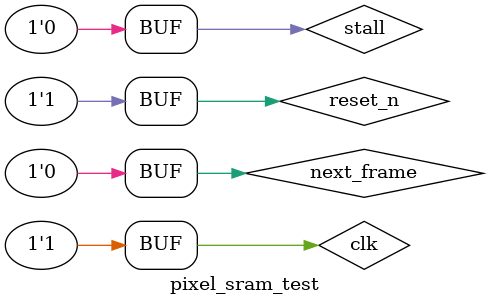
<source format=sv>
`timescale 1ns/100ps

module pixel_sram_test;

    logic clk;
    logic reset_n;

    logic [19:0] sram_addr;
    wire  [15:0] sram_dq;
    logic        sram_oe_n;
    logic        sram_we_n;
    logic        sram_ce_n;

    logic next_frame;

    logic [23:0] last_value;
    logic  [7:0] num_values;
    logic        stall;

    pixel_sram_platform u0(
        .clk_clk(clk),
        .reset_reset_n(reset_n),

        .sram_controller_sram_addr_new_signal(sram_addr),
        .sram_controller_sram_dq_new_signal(sram_dq),
        .sram_controller_sram_oe_n_new_signal(sram_oe_n),
        .sram_controller_sram_ce_n_new_signal(sram_ce_n),
        .sram_controller_sram_we_n_new_signal(sram_we_n),

        .pixel_reader_next_frame_next_frame(next_frame),

        .fake_sink_last_value_new_signal(last_value),
        .fake_sink_num_values_new_signal(num_values),
        .fake_sink_stall_new_signal(stall)
    );

    fake_sram u1(
        .addr(sram_addr),
        .dq(sram_dq),
        .ce_n(sram_ce_n),
        .oe_n(sram_oe_n),
        .we_n(sram_we_n)
    );

    initial begin
           clk = 0; reset_n = 0; stall = 0; next_frame = 1;
        #5 clk = 1;
        #5 clk = 0; reset_n = 1;
        #5 clk = 1;
        #5 clk = 0;
        #5 clk = 1;
        #5 clk = 0;
        #5 clk = 1;
        #5 clk = 0;
        #5 clk = 1;
        #5 clk = 0; next_frame = 0;
        #5 clk = 1;
        #5 clk = 0;
        #5 clk = 1;
        #5 clk = 0;
        #5 clk = 1;
        #5 clk = 0;
        #5 clk = 1;
        #5 clk = 0;
        #5 clk = 1;
        #5 clk = 0;
        #5 clk = 1;
        #5 clk = 0;
        #5 clk = 1;
        #5 clk = 0;
        #5 clk = 1;
        #5 clk = 0;
        #5 clk = 1;
        #5 clk = 0;
        #5 clk = 1;
        #5 clk = 0;
        #5 clk = 1;
        #5 clk = 0;
        #5 clk = 1;
        #5 clk = 0;
        #5 clk = 1;
        #5 clk = 0;
        #5 clk = 1;
        #5 clk = 0;
        #5 clk = 1;
        #5 clk = 0;
        #5 clk = 1;
        #5 clk = 0;
        #5 clk = 1;
        #5 clk = 0;
        #5 clk = 1;
        #5 clk = 0;
        #5 clk = 1;
        #5 clk = 0;
        #5 clk = 1;
        #5 clk = 0;
        #5 clk = 1;
        #5 clk = 0;
        #5 clk = 1;
        #5 clk = 0;
        #5 clk = 1;
        #5 clk = 0;
        #5 clk = 1;
        #5 clk = 0;
        #5 clk = 1;
        #5 clk = 0;
        #5 clk = 1;
        #5 clk = 0;
        #5 clk = 1;
        #5 clk = 0;
        #5 clk = 1;
        #5 clk = 0;
        #5 clk = 1;
        #5 clk = 0;
        #5 clk = 1;
        #5 clk = 0;
        #5 clk = 1;
        #5 clk = 0;
        #5 clk = 1;
        #5 clk = 0;
        #5 clk = 1;
        #5 clk = 0;
        #5 clk = 1;
        #5 clk = 0;
        #5 clk = 1;
        #5 clk = 0;
        #5 clk = 1;
        #5 clk = 0;
        #5 clk = 1;
        #5 clk = 0;
        #5 clk = 1;
        #5 clk = 0;
        #5 clk = 1;
        #5 clk = 0;
        #5 clk = 1;
        #5 clk = 0;
        #5 clk = 1;
        #5 clk = 0;
        #5 clk = 1;
        #5 clk = 0;
        #5 clk = 1;
        #5 clk = 0;
        #5 clk = 1;
        #5 clk = 0;
        #5 clk = 1;
        #5 clk = 0;
        #5 clk = 1;
        #5 clk = 0;
        #5 clk = 1;
        #5 clk = 0;
        #5 clk = 1;
        #5 clk = 0;
        #5 clk = 1;
        #5 clk = 0;
        #5 clk = 1;
        #5 clk = 0;
        #5 clk = 1;
        #5 clk = 0;
        #5 clk = 1;
        #5 clk = 0;
        #5 clk = 1;
        #5 clk = 0;
        #5 clk = 1;
        #5 clk = 0;
        #5 clk = 1;
        #5 clk = 0;
        #5 clk = 1;
        #5 clk = 0;
        #5 clk = 1;
        #5 clk = 0;
        #5 clk = 1;
    end

endmodule

</source>
